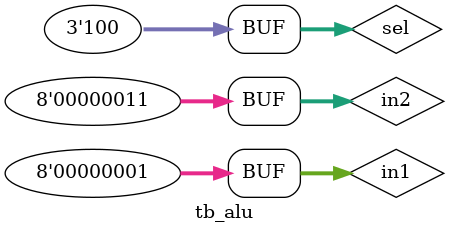
<source format=v>
`timescale 1 ns / 1 ps

module tb_alu();
        reg [7:0] in1,in2;
        reg [2:0] sel;

        wire [7:0] out;
        wire Z;

    alu dut(in1,in2,sel,out,Z);

    initial begin
       in1 = 0;
       in2 = 0;
       sel = 0;
    end
    
    initial begin
       #200
       in1 = 2;
       in2 = 4;
       sel = 3'b000; 
       #100;
       in1 = 5;
       in2 = 3;
       sel = 3'b000;
       #300
       in1 = 1;
       in2 = 3;
       sel = 3'b100;
    end
endmodule
</source>
